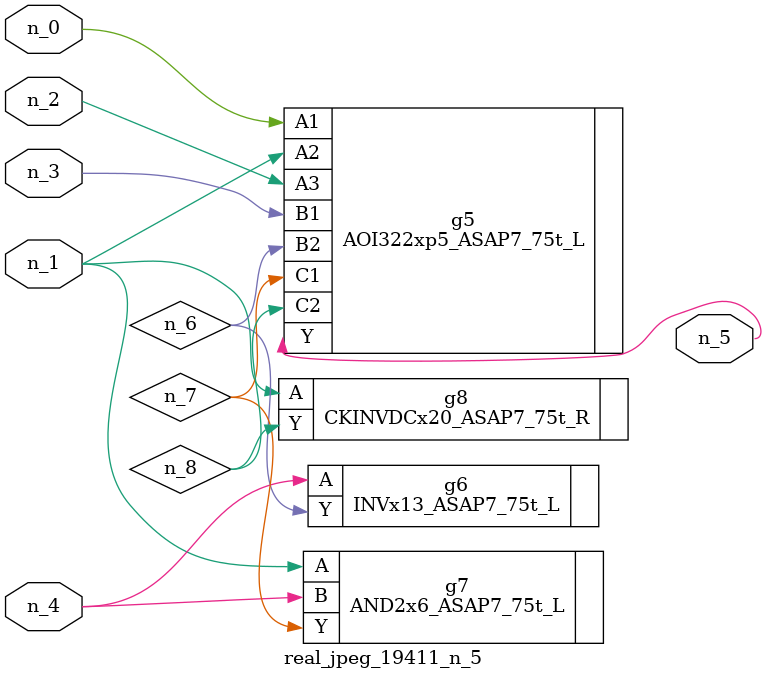
<source format=v>
module real_jpeg_19411_n_5 (n_4, n_0, n_1, n_2, n_3, n_5);

input n_4;
input n_0;
input n_1;
input n_2;
input n_3;

output n_5;

wire n_8;
wire n_6;
wire n_7;

AOI322xp5_ASAP7_75t_L g5 ( 
.A1(n_0),
.A2(n_1),
.A3(n_2),
.B1(n_3),
.B2(n_6),
.C1(n_7),
.C2(n_8),
.Y(n_5)
);

AND2x6_ASAP7_75t_L g7 ( 
.A(n_1),
.B(n_4),
.Y(n_7)
);

CKINVDCx20_ASAP7_75t_R g8 ( 
.A(n_1),
.Y(n_8)
);

INVx13_ASAP7_75t_L g6 ( 
.A(n_4),
.Y(n_6)
);


endmodule
</source>
